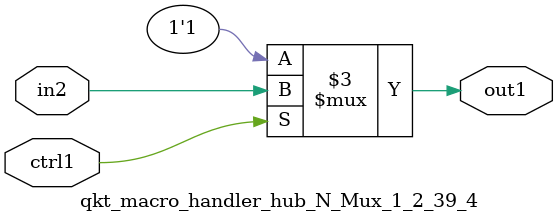
<source format=v>

`timescale 1ps / 1ps


module qkt_macro_handler_hub_N_Mux_1_2_39_4( in2, ctrl1, out1 );

    input in2;
    input ctrl1;
    output out1;
    reg out1;

    
    // rtl_process:qkt_macro_handler_hub_N_Mux_1_2_39_4/qkt_macro_handler_hub_N_Mux_1_2_39_4_thread_1
    always @*
      begin : qkt_macro_handler_hub_N_Mux_1_2_39_4_thread_1
        case (ctrl1) 
          1'b1: 
            begin
              out1 = in2;
            end
          default: 
            begin
              out1 = 1'b1;
            end
        endcase
      end

endmodule



</source>
